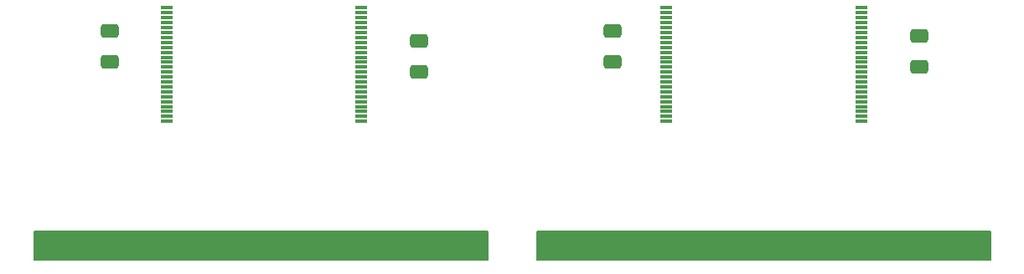
<source format=gts>
G04 #@! TF.GenerationSoftware,KiCad,Pcbnew,7.0.9*
G04 #@! TF.CreationDate,2024-01-22T22:29:06+01:00*
G04 #@! TF.ProjectId,simm72_ram_8M10,73696d6d-3732-45f7-9261-6d5f384d3130,A*
G04 #@! TF.SameCoordinates,Original*
G04 #@! TF.FileFunction,Soldermask,Top*
G04 #@! TF.FilePolarity,Negative*
%FSLAX46Y46*%
G04 Gerber Fmt 4.6, Leading zero omitted, Abs format (unit mm)*
G04 Created by KiCad (PCBNEW 7.0.9) date 2024-01-22 22:29:06*
%MOMM*%
%LPD*%
G01*
G04 APERTURE LIST*
G04 Aperture macros list*
%AMRoundRect*
0 Rectangle with rounded corners*
0 $1 Rounding radius*
0 $2 $3 $4 $5 $6 $7 $8 $9 X,Y pos of 4 corners*
0 Add a 4 corners polygon primitive as box body*
4,1,4,$2,$3,$4,$5,$6,$7,$8,$9,$2,$3,0*
0 Add four circle primitives for the rounded corners*
1,1,$1+$1,$2,$3*
1,1,$1+$1,$4,$5*
1,1,$1+$1,$6,$7*
1,1,$1+$1,$8,$9*
0 Add four rect primitives between the rounded corners*
20,1,$1+$1,$2,$3,$4,$5,0*
20,1,$1+$1,$4,$5,$6,$7,0*
20,1,$1+$1,$6,$7,$8,$9,0*
20,1,$1+$1,$8,$9,$2,$3,0*%
G04 Aperture macros list end*
%ADD10R,1.040000X2.540000*%
%ADD11RoundRect,0.250000X0.650000X-0.412500X0.650000X0.412500X-0.650000X0.412500X-0.650000X-0.412500X0*%
%ADD12R,1.300000X0.300000*%
G04 APERTURE END LIST*
D10*
X57375000Y-113921000D03*
X58645000Y-113921000D03*
X59915000Y-113921000D03*
X61185000Y-113921000D03*
X62455000Y-113921000D03*
X63725000Y-113921000D03*
X64995000Y-113921000D03*
X66265000Y-113921000D03*
X67535000Y-113921000D03*
X68805000Y-113921000D03*
X70075000Y-113921000D03*
X71345000Y-113921000D03*
X72615000Y-113921000D03*
X73885000Y-113921000D03*
X75155000Y-113921000D03*
X76425000Y-113921000D03*
X77695000Y-113921000D03*
X78965000Y-113921000D03*
X80235000Y-113921000D03*
X81505000Y-113921000D03*
X82775000Y-113921000D03*
X84045000Y-113921000D03*
X85315000Y-113921000D03*
X86585000Y-113921000D03*
X87855000Y-113921000D03*
X89125000Y-113921000D03*
X90395000Y-113921000D03*
X91665000Y-113921000D03*
X92935000Y-113921000D03*
X94205000Y-113921000D03*
X95475000Y-113921000D03*
X96745000Y-113921000D03*
X98015000Y-113921000D03*
X99285000Y-113921000D03*
X100555000Y-113921000D03*
X101825000Y-113921000D03*
X108175000Y-113921000D03*
X109445000Y-113921000D03*
X110715000Y-113921000D03*
X111985000Y-113921000D03*
X113255000Y-113921000D03*
X114525000Y-113921000D03*
X115795000Y-113921000D03*
X117065000Y-113921000D03*
X118335000Y-113921000D03*
X119605000Y-113921000D03*
X120875000Y-113921000D03*
X122145000Y-113921000D03*
X123415000Y-113921000D03*
X124685000Y-113921000D03*
X125955000Y-113921000D03*
X127225000Y-113921000D03*
X128495000Y-113921000D03*
X129765000Y-113921000D03*
X131035000Y-113921000D03*
X132305000Y-113921000D03*
X133575000Y-113921000D03*
X134845000Y-113921000D03*
X136115000Y-113921000D03*
X137385000Y-113921000D03*
X138655000Y-113921000D03*
X139925000Y-113921000D03*
X141195000Y-113921000D03*
X142465000Y-113921000D03*
X143735000Y-113921000D03*
X145005000Y-113921000D03*
X146275000Y-113921000D03*
X147545000Y-113921000D03*
X148815000Y-113921000D03*
X150085000Y-113921000D03*
X151355000Y-113921000D03*
X152625000Y-113921000D03*
D11*
X115160000Y-95290500D03*
X115160000Y-92165500D03*
D12*
X89760000Y-101300000D03*
X89760000Y-100800000D03*
X89760000Y-100300000D03*
X89760000Y-99800000D03*
X89760000Y-99300000D03*
X89760000Y-98800000D03*
X89760000Y-98300000D03*
X89760000Y-97800000D03*
X89760000Y-97300000D03*
X89760000Y-96800000D03*
X89760000Y-96300000D03*
X89760000Y-95800000D03*
X89760000Y-95300000D03*
X89760000Y-94800000D03*
X89760000Y-94300000D03*
X89760000Y-93800000D03*
X89760000Y-93300000D03*
X89760000Y-92800000D03*
X89760000Y-92300000D03*
X89760000Y-91800000D03*
X89760000Y-91300000D03*
X89760000Y-90800000D03*
X89760000Y-90300000D03*
X89760000Y-89800000D03*
X70060000Y-89800000D03*
X70060000Y-90300000D03*
X70060000Y-90800000D03*
X70060000Y-91300000D03*
X70060000Y-91800000D03*
X70060000Y-92300000D03*
X70060000Y-92800000D03*
X70060000Y-93300000D03*
X70060000Y-93800000D03*
X70060000Y-94300000D03*
X70060000Y-94800000D03*
X70060000Y-95300000D03*
X70060000Y-95800000D03*
X70060000Y-96300000D03*
X70060000Y-96800000D03*
X70060000Y-97300000D03*
X70060000Y-97800000D03*
X70060000Y-98300000D03*
X70060000Y-98800000D03*
X70060000Y-99300000D03*
X70060000Y-99800000D03*
X70060000Y-100300000D03*
X70060000Y-100800000D03*
X70060000Y-101300000D03*
D11*
X146148000Y-95798500D03*
X146148000Y-92673500D03*
X64360000Y-95290500D03*
X64360000Y-92165500D03*
D12*
X140250000Y-101300000D03*
X140250000Y-100800000D03*
X140250000Y-100300000D03*
X140250000Y-99800000D03*
X140250000Y-99300000D03*
X140250000Y-98800000D03*
X140250000Y-98300000D03*
X140250000Y-97800000D03*
X140250000Y-97300000D03*
X140250000Y-96800000D03*
X140250000Y-96300000D03*
X140250000Y-95800000D03*
X140250000Y-95300000D03*
X140250000Y-94800000D03*
X140250000Y-94300000D03*
X140250000Y-93800000D03*
X140250000Y-93300000D03*
X140250000Y-92800000D03*
X140250000Y-92300000D03*
X140250000Y-91800000D03*
X140250000Y-91300000D03*
X140250000Y-90800000D03*
X140250000Y-90300000D03*
X140250000Y-89800000D03*
X120550000Y-89800000D03*
X120550000Y-90300000D03*
X120550000Y-90800000D03*
X120550000Y-91300000D03*
X120550000Y-91800000D03*
X120550000Y-92300000D03*
X120550000Y-92800000D03*
X120550000Y-93300000D03*
X120550000Y-93800000D03*
X120550000Y-94300000D03*
X120550000Y-94800000D03*
X120550000Y-95300000D03*
X120550000Y-95800000D03*
X120550000Y-96300000D03*
X120550000Y-96800000D03*
X120550000Y-97300000D03*
X120550000Y-97800000D03*
X120550000Y-98300000D03*
X120550000Y-98800000D03*
X120550000Y-99300000D03*
X120550000Y-99800000D03*
X120550000Y-100300000D03*
X120550000Y-100800000D03*
X120550000Y-101300000D03*
D11*
X95602000Y-96306500D03*
X95602000Y-93181500D03*
G36*
X102530039Y-112391285D02*
G01*
X102575794Y-112444089D01*
X102587000Y-112495600D01*
X102587000Y-115321000D01*
X102567315Y-115388039D01*
X102514511Y-115433794D01*
X102463000Y-115445000D01*
X56737000Y-115445000D01*
X56669961Y-115425315D01*
X56624206Y-115372511D01*
X56613000Y-115321000D01*
X56613000Y-112495600D01*
X56632685Y-112428561D01*
X56685489Y-112382806D01*
X56737000Y-112371600D01*
X102463000Y-112371600D01*
X102530039Y-112391285D01*
G37*
G36*
X153330039Y-112391285D02*
G01*
X153375794Y-112444089D01*
X153387000Y-112495600D01*
X153387000Y-115321000D01*
X153367315Y-115388039D01*
X153314511Y-115433794D01*
X153263000Y-115445000D01*
X107537000Y-115445000D01*
X107469961Y-115425315D01*
X107424206Y-115372511D01*
X107413000Y-115321000D01*
X107413000Y-112495600D01*
X107432685Y-112428561D01*
X107485489Y-112382806D01*
X107537000Y-112371600D01*
X153263000Y-112371600D01*
X153330039Y-112391285D01*
G37*
M02*

</source>
